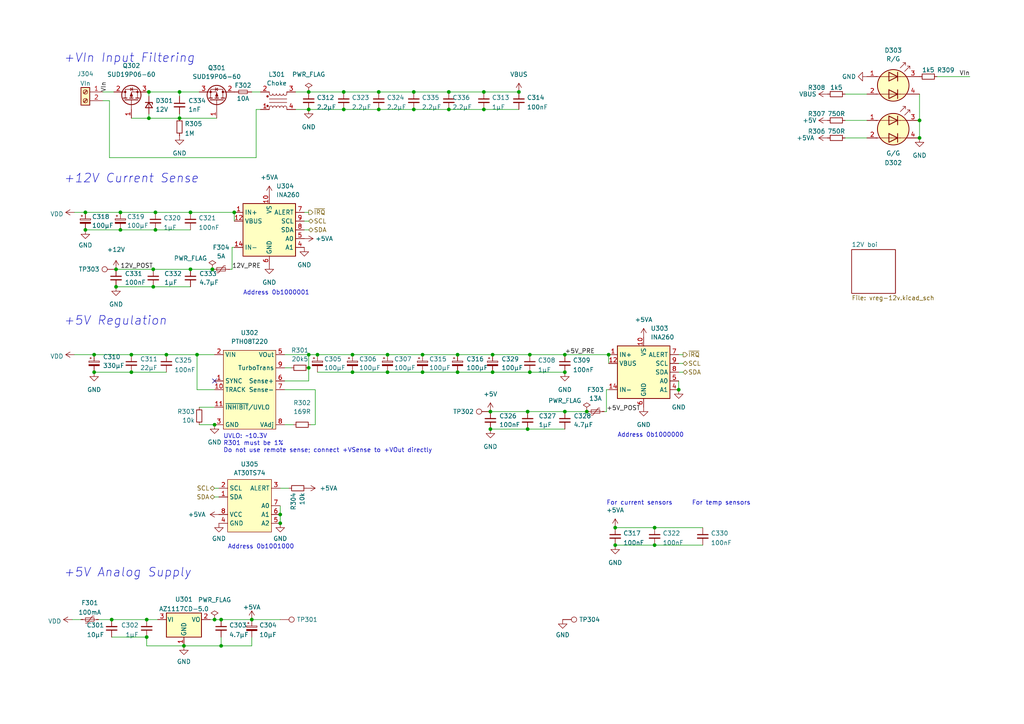
<source format=kicad_sch>
(kicad_sch (version 20211123) (generator eeschema)
  (paper "A4")
  (title_block (title "Backplane Management and Power") (date "2022-01-23") (rev "1") (company "Tristan Seifert") (comment 1 "+5V caps must be 10V, +12V/VDD 20V, VIn 50V") (comment 2 "VDD = 12V regulated internal; 12V/5V = regulated to backplane") (comment 3 "VBUS = Raw input"))
  (lib_symbols
    (symbol "68komputer-common:AT30TS74"
      (property "Reference" "U" (at 0 3.81 0))
      (property "Value" "AT30TS74" (at 0 1.27 0))
      (symbol "AT30TS74_0_1"
        (rectangle (start -6.35 0) (end 6.35 -15.24) (fill (type background)))
      )
      (symbol "AT30TS74_1_1"
        (pin bidirectional line (at -8.89 -5.08 0) (length 2.54) (name "SDA") (number "1"))
        (pin bidirectional line (at -8.89 -2.54 0) (length 2.54) (name "SCL") (number "2"))
        (pin output line (at 8.89 -2.54 180) (length 2.54) (name "ALERT") (number "3"))
        (pin power_in line (at -8.89 -12.7 0) (length 2.54) (name "GND") (number "4"))
        (pin passive line (at 8.89 -12.7 180) (length 2.54) (name "A2") (number "5"))
        (pin passive line (at 8.89 -10.16 180) (length 2.54) (name "A1") (number "6"))
        (pin passive line (at 8.89 -7.62 180) (length 2.54) (name "A0") (number "7"))
        (pin power_in line (at -8.89 -10.16 0) (length 2.54) (name "VCC") (number "8"))
      )
    )
    (symbol "68komputer-common:PTH08T220"
      (property "Reference" "U" (at 0 3.81 0))
      (property "Value" "PTH08T220" (at 0 1.27 0))
      (symbol "PTH08T220_0_1"
        (rectangle (start -7.62 0) (end 7.62 -22.86) (fill (type background)))
      )
      (symbol "PTH08T220_1_1"
        (pin input line (at -10.16 -8.89 0) (length 2.54) (name "SYNC") (number "1"))
        (pin input line (at -10.16 -11.43 0) (length 2.54) (name "TRACK") (number "10"))
        (pin input line (at -10.16 -16.51 0) (length 2.54) (name "~{INHIBIT}/UVLO") (number "11"))
        (pin power_in line (at -10.16 -1.27 0) (length 2.54) (name "VIN") (number "2"))
        (pin power_in line (at -10.16 -21.59 0) (length 2.54) (name "GND") (number "3"))
        (pin power_in line (at -10.16 -21.59 0) (length 2.54) hide (name "GND") (number "4"))
        (pin power_out line (at 10.16 -1.27 180) (length 2.54) (name "VOut") (number "5"))
        (pin passive line (at 10.16 -8.89 180) (length 2.54) (name "Sense+") (number "6"))
        (pin passive line (at 10.16 -11.43 180) (length 2.54) (name "Sense-") (number "7"))
        (pin input line (at 10.16 -21.59 180) (length 2.54) (name "VAdj") (number "8"))
        (pin passive line (at 10.16 -5.08 180) (length 2.54) (name "TurboTrans") (number "9"))
      )
    )
    (symbol "Connector:Screw_Terminal_01x02" (pin_names (offset 1.016) hide)
      (property "Reference" "J" (at 0 2.54 0))
      (property "Value" "Screw_Terminal_01x02" (at 0 -5.08 0))
      (symbol "Screw_Terminal_01x02_1_1"
        (rectangle (start -1.27 1.27) (end 1.27 -3.81) (stroke (width 0.254)) (fill (type background)))
        (circle (center 0 -2.54) (radius 0.635) (stroke (width 0.1524)))
        (polyline (pts (xy -0.5334 -2.2098) (xy 0.3302 -3.048)) (stroke (width 0.1524)))
        (polyline (pts (xy -0.5334 0.3302) (xy 0.3302 -0.508)) (stroke (width 0.1524)))
        (polyline (pts (xy -0.3556 -2.032) (xy 0.508 -2.8702)) (stroke (width 0.1524)))
        (polyline (pts (xy -0.3556 0.508) (xy 0.508 -0.3302)) (stroke (width 0.1524)))
        (circle (center 0 0) (radius 0.635) (stroke (width 0.1524)))
        (pin passive line (at -5.08 0 0) (length 3.81) (name "Pin_1") (number "1"))
        (pin passive line (at -5.08 -2.54 0) (length 3.81) (name "Pin_2") (number "2"))
      )
    )
    (symbol "Connector:TestPoint" (pin_numbers hide) (pin_names (offset 0.762) hide)
      (property "Reference" "TP" (at 0 6.858 0))
      (property "Value" "TestPoint" (at 0 5.08 0))
      (symbol "TestPoint_0_1"
        (circle (center 0 3.302) (radius 0.762))
      )
      (symbol "TestPoint_1_1"
        (pin passive line (at 0 0 90) (length 2.54) (name "1") (number "1"))
      )
    )
    (symbol "Device:C_Polarized_Small" (pin_numbers hide) (pin_names (offset 0.254) hide)
      (property "Reference" "C" (at 0.254 1.778 0))
      (property "Value" "C_Polarized_Small" (at 0.254 -2.032 0))
      (symbol "C_Polarized_Small_0_1"
        (rectangle (start -1.524 -0.3048) (end 1.524 -0.6858) (fill (type outline)))
        (rectangle (start -1.524 0.6858) (end 1.524 0.3048))
        (polyline (pts (xy -1.27 1.524) (xy -0.762 1.524)))
        (polyline (pts (xy -1.016 1.27) (xy -1.016 1.778)))
      )
      (symbol "C_Polarized_Small_1_1"
        (pin passive line (at 0 2.54 270) (length 1.8542) (name "~") (number "1"))
        (pin passive line (at 0 -2.54 90) (length 1.8542) (name "~") (number "2"))
      )
    )
    (symbol "Device:C_Small" (pin_numbers hide) (pin_names (offset 0.254) hide)
      (property "Reference" "C" (at 0.254 1.778 0))
      (property "Value" "C_Small" (at 0.254 -2.032 0))
      (symbol "C_Small_0_1"
        (polyline (pts (xy -1.524 -0.508) (xy 1.524 -0.508)) (stroke (width 0.3302)))
        (polyline (pts (xy -1.524 0.508) (xy 1.524 0.508)) (stroke (width 0.3048)))
      )
      (symbol "C_Small_1_1"
        (pin passive line (at 0 2.54 270) (length 2.032) (name "~") (number "1"))
        (pin passive line (at 0 -2.54 90) (length 2.032) (name "~") (number "2"))
      )
    )
    (symbol "Device:D_Zener_Small" (pin_numbers hide) (pin_names (offset 0.254) hide)
      (property "Reference" "D" (at 0 2.286 0))
      (property "Value" "D_Zener_Small" (at 0 -2.286 0))
      (symbol "D_Zener_Small_0_1"
        (polyline (pts (xy 0.762 0) (xy -0.762 0)))
        (polyline (pts (xy -0.254 1.016) (xy -0.762 1.016) (xy -0.762 -1.016)) (stroke (width 0.254)))
        (polyline (pts (xy 0.762 1.016) (xy -0.762 0) (xy 0.762 -1.016) (xy 0.762 1.016)) (stroke (width 0.254)))
      )
      (symbol "D_Zener_Small_1_1"
        (pin passive line (at -2.54 0 0) (length 1.778) (name "K") (number "1"))
        (pin passive line (at 2.54 0 180) (length 1.778) (name "A") (number "2"))
      )
    )
    (symbol "Device:Fuse_Small" (pin_numbers hide) (pin_names (offset 0.254) hide)
      (property "Reference" "F" (at 0 -1.524 0))
      (property "Value" "Fuse_Small" (at 0 1.524 0))
      (symbol "Fuse_Small_0_1"
        (rectangle (start -1.27 0.508) (end 1.27 -0.508))
        (polyline (pts (xy -1.27 0) (xy 1.27 0)))
      )
      (symbol "Fuse_Small_1_1"
        (pin passive line (at -2.54 0 0) (length 1.27) (name "~") (number "1"))
        (pin passive line (at 2.54 0 180) (length 1.27) (name "~") (number "2"))
      )
    )
    (symbol "Device:LED_Dual_AAKK" (pin_names (offset 0) hide)
      (property "Reference" "D" (at 0 5.715 0))
      (property "Value" "LED_Dual_AAKK" (at 0 -6.35 0))
      (symbol "LED_Dual_AAKK_0_1"
        (polyline (pts (xy -5.08 -2.54) (xy 2.032 -2.54)))
        (polyline (pts (xy -5.08 2.54) (xy 2.032 2.54)))
        (polyline (pts (xy 1.27 -1.27) (xy 1.27 -3.81)) (stroke (width 0.254)))
        (polyline (pts (xy 1.27 3.81) (xy 1.27 1.27)) (stroke (width 0.254)))
        (polyline (pts (xy 3.81 -2.54) (xy 1.905 -2.54)))
        (polyline (pts (xy 3.81 2.54) (xy 1.905 2.54)))
        (polyline (pts (xy -1.27 -1.27) (xy -1.27 -3.81) (xy 1.27 -2.54) (xy -1.27 -1.27)) (stroke (width 0.254)))
        (polyline (pts (xy -1.27 3.81) (xy -1.27 1.27) (xy 1.27 2.54) (xy -1.27 3.81)) (stroke (width 0.254)))
        (polyline (pts (xy 2.032 5.08) (xy 3.556 6.604) (xy 2.794 6.604) (xy 3.556 6.604) (xy 3.556 5.842)))
        (polyline (pts (xy 3.302 4.064) (xy 4.826 5.588) (xy 4.064 5.588) (xy 4.826 5.588) (xy 4.826 4.826)))
        (circle (center 0 0) (radius 4.572) (stroke (width 0.254)) (fill (type background)))
      )
      (symbol "LED_Dual_AAKK_1_1"
        (pin input line (at -7.62 2.54 0) (length 3.048) (name "A1") (number "1"))
        (pin input line (at -7.62 -2.54 0) (length 3.048) (name "A2") (number "2"))
        (pin input line (at 7.62 2.54 180) (length 3.81) (name "K1") (number "3"))
        (pin input line (at 7.62 -2.54 180) (length 3.81) (name "K2") (number "4"))
      )
    )
    (symbol "Device:L_Iron_Coupled_1423" (pin_names (offset 0.254) hide)
      (property "Reference" "L" (at 0 4.445 0))
      (property "Value" "L_Iron_Coupled_1423" (at 0 -4.445 0))
      (symbol "L_Iron_Coupled_1423_0_1"
        (circle (center -3.048 -1.27) (radius 0.254) (fill (type outline)))
        (circle (center -3.048 1.524) (radius 0.254) (fill (type outline)))
        (arc (start -2.54 2.032) (mid -2.032 1.524) (end -1.524 2.032))
        (arc (start -1.524 -2.032) (mid -2.032 -1.524) (end -2.54 -2.032))
        (arc (start -1.524 2.032) (mid -1.016 1.524) (end -0.508 2.032))
        (arc (start -0.508 -2.032) (mid -1.016 -1.524) (end -1.524 -2.032))
        (arc (start -0.508 2.032) (mid 0 1.524) (end 0.508 2.032))
        (polyline (pts (xy -2.54 -2.032) (xy -2.54 -2.54)))
        (polyline (pts (xy -2.54 0.508) (xy 2.54 0.508)))
        (polyline (pts (xy -2.54 2.032) (xy -2.54 2.54)))
        (polyline (pts (xy 2.54 -2.032) (xy 2.54 -2.54)))
        (polyline (pts (xy 2.54 -0.508) (xy -2.54 -0.508)))
        (polyline (pts (xy 2.54 2.54) (xy 2.54 2.032)))
        (arc (start 0.508 -2.032) (mid 0 -1.524) (end -0.508 -2.032))
        (arc (start 0.508 2.032) (mid 1.016 1.524) (end 1.524 2.032))
        (arc (start 1.524 -2.032) (mid 1.016 -1.524) (end 0.508 -2.032))
        (arc (start 1.524 2.032) (mid 2.032 1.524) (end 2.54 2.032))
        (arc (start 2.54 -2.032) (mid 2.032 -1.524) (end 1.524 -2.032))
      )
      (symbol "L_Iron_Coupled_1423_1_1"
        (pin passive line (at -5.08 2.54 0) (length 2.54) (name "1") (number "1"))
        (pin passive line (at -5.08 -2.54 0) (length 2.54) (name "2") (number "2"))
        (pin passive line (at 5.08 -2.54 180) (length 2.54) (name "3") (number "3"))
        (pin passive line (at 5.08 2.54 180) (length 2.54) (name "4") (number "4"))
      )
    )
    (symbol "Device:Polyfuse_Small" (pin_numbers hide) (pin_names (offset 0))
      (property "Reference" "F" (at -1.905 0 90))
      (property "Value" "Polyfuse_Small" (at 1.905 0 90))
      (symbol "Polyfuse_Small_0_1"
        (rectangle (start -0.508 1.27) (end 0.508 -1.27))
        (polyline (pts (xy 0 2.54) (xy 0 -2.54)))
        (polyline (pts (xy -1.016 1.27) (xy -1.016 0.762) (xy 1.016 -0.762) (xy 1.016 -1.27)))
      )
      (symbol "Polyfuse_Small_1_1"
        (pin passive line (at 0 2.54 270) (length 0.635) (name "~") (number "1"))
        (pin passive line (at 0 -2.54 90) (length 0.635) (name "~") (number "2"))
      )
    )
    (symbol "Device:R_Small" (pin_numbers hide) (pin_names (offset 0.254) hide)
      (property "Reference" "R" (at 0.762 0.508 0))
      (property "Value" "R_Small" (at 0.762 -1.016 0))
      (symbol "R_Small_0_1"
        (rectangle (start -0.762 1.778) (end 0.762 -1.778) (stroke (width 0.2032)))
      )
      (symbol "R_Small_1_1"
        (pin passive line (at 0 2.54 270) (length 0.762) (name "~") (number "1"))
        (pin passive line (at 0 -2.54 90) (length 0.762) (name "~") (number "2"))
      )
    )
    (symbol "Regulator_Linear:LD1117S50TR_SOT223" (pin_names (offset 0.254))
      (property "Reference" "U" (at -3.81 3.175 0))
      (property "Value" "LD1117S50TR_SOT223" (at 0 3.175 0))
      (symbol "LD1117S50TR_SOT223_0_1"
        (rectangle (start -5.08 -5.08) (end 5.08 1.905) (stroke (width 0.254)) (fill (type background)))
      )
      (symbol "LD1117S50TR_SOT223_1_1"
        (pin power_in line (at 0 -7.62 90) (length 2.54) (name "GND") (number "1"))
        (pin power_out line (at 7.62 0 180) (length 2.54) (name "VO") (number "2"))
        (pin power_in line (at -7.62 0 0) (length 2.54) (name "VI") (number "3"))
      )
    )
    (symbol "Sensor:INA260"
      (property "Reference" "U" (at -6.35 8.89 0))
      (property "Value" "INA260" (at 2.54 8.89 0))
      (symbol "INA260_0_1"
        (rectangle (start -7.62 7.62) (end 7.62 -7.62) (stroke (width 0.254)) (fill (type background)))
      )
      (symbol "INA260_1_1"
        (pin passive line (at -10.16 5.08 0) (length 2.54) (name "IN+") (number "1"))
        (pin power_in line (at 0 10.16 270) (length 2.54) (name "VS") (number "10"))
        (pin passive line (at 0 -10.16 90) (length 2.54) hide (name "GND") (number "11"))
        (pin passive line (at -10.16 2.54 0) (length 2.54) (name "VBUS") (number "12"))
        (pin no_connect line (at 2.54 -7.62 90) (length 2.54) hide (name "NC") (number "13"))
        (pin passive line (at -10.16 -5.08 0) (length 2.54) (name "IN-") (number "14"))
        (pin passive line (at -10.16 -5.08 0) (length 2.54) hide (name "IN-") (number "15"))
        (pin passive line (at -10.16 -5.08 0) (length 2.54) hide (name "IN-") (number "16"))
        (pin passive line (at -10.16 5.08 0) (length 2.54) hide (name "IN+") (number "2"))
        (pin passive line (at -10.16 5.08 0) (length 2.54) hide (name "IN+") (number "3"))
        (pin input line (at 10.16 -5.08 180) (length 2.54) (name "A1") (number "4"))
        (pin input line (at 10.16 -2.54 180) (length 2.54) (name "A0") (number "5"))
        (pin power_in line (at 0 -10.16 90) (length 2.54) (name "GND") (number "6"))
        (pin open_collector line (at 10.16 5.08 180) (length 2.54) (name "ALERT") (number "7"))
        (pin bidirectional line (at 10.16 0 180) (length 2.54) (name "SDA") (number "8"))
        (pin input line (at 10.16 2.54 180) (length 2.54) (name "SCL") (number "9"))
      )
    )
    (symbol "Transistor_FET:SUD19P06-60" (pin_names hide)
      (property "Reference" "Q" (at 4.953 1.905 0))
      (property "Value" "SUD19P06-60" (at 4.953 0 0))
      (symbol "SUD19P06-60_0_1"
        (polyline (pts (xy 0.254 0) (xy -2.54 0)))
        (polyline (pts (xy 0.254 1.905) (xy 0.254 -1.905)) (stroke (width 0.254)))
        (polyline (pts (xy 0.762 -1.27) (xy 0.762 -2.286)) (stroke (width 0.254)))
        (polyline (pts (xy 0.762 0.508) (xy 0.762 -0.508)) (stroke (width 0.254)))
        (polyline (pts (xy 0.762 2.286) (xy 0.762 1.27)) (stroke (width 0.254)))
        (polyline (pts (xy 2.54 2.54) (xy 2.54 1.778)))
        (polyline (pts (xy 2.54 -2.54) (xy 2.54 0) (xy 0.762 0)))
        (polyline (pts (xy 0.762 1.778) (xy 3.302 1.778) (xy 3.302 -1.778) (xy 0.762 -1.778)))
        (polyline (pts (xy 2.286 0) (xy 1.27 0.381) (xy 1.27 -0.381) (xy 2.286 0)) (fill (type outline)))
        (polyline (pts (xy 2.794 -0.508) (xy 2.921 -0.381) (xy 3.683 -0.381) (xy 3.81 -0.254)))
        (polyline (pts (xy 3.302 -0.381) (xy 2.921 0.254) (xy 3.683 0.254) (xy 3.302 -0.381)))
        (circle (center 1.651 0) (radius 2.794) (stroke (width 0.254)))
        (circle (center 2.54 -1.778) (radius 0.254) (fill (type outline)))
        (circle (center 2.54 1.778) (radius 0.254) (fill (type outline)))
      )
      (symbol "SUD19P06-60_1_1"
        (pin input line (at -5.08 0 0) (length 2.54) (name "G") (number "1"))
        (pin passive line (at 2.54 5.08 270) (length 2.54) (name "D") (number "2"))
        (pin passive line (at 2.54 -5.08 90) (length 2.54) (name "S") (number "3"))
      )
    )
    (symbol "power:+12V" (power) (pin_names (offset 0))
      (property "Value" "+12V" (at 0 3.556 0))
      (symbol "+12V_0_1"
        (polyline (pts (xy -0.762 1.27) (xy 0 2.54)))
        (polyline (pts (xy 0 0) (xy 0 2.54)))
        (polyline (pts (xy 0 2.54) (xy 0.762 1.27)))
      )
      (symbol "+12V_1_1"
        (pin power_in line (at 0 0 90) (length 0) hide (name "+12V") (number "1"))
      )
    )
    (symbol "power:+5V" (power) (pin_names (offset 0))
      (property "Value" "+5V" (at 0 3.556 0))
      (symbol "+5V_0_1"
        (polyline (pts (xy -0.762 1.27) (xy 0 2.54)))
        (polyline (pts (xy 0 0) (xy 0 2.54)))
        (polyline (pts (xy 0 2.54) (xy 0.762 1.27)))
      )
      (symbol "+5V_1_1"
        (pin power_in line (at 0 0 90) (length 0) hide (name "+5V") (number "1"))
      )
    )
    (symbol "power:+5VA" (power) (pin_names (offset 0))
      (property "Value" "+5VA" (at 0 3.556 0))
      (symbol "+5VA_0_1"
        (polyline (pts (xy -0.762 1.27) (xy 0 2.54)))
        (polyline (pts (xy 0 0) (xy 0 2.54)))
        (polyline (pts (xy 0 2.54) (xy 0.762 1.27)))
      )
      (symbol "+5VA_1_1"
        (pin power_in line (at 0 0 90) (length 0) hide (name "+5VA") (number "1"))
      )
    )
    (symbol "power:GND" (power) (pin_names (offset 0))
      (property "Value" "GND" (at 0 -3.81 0))
      (symbol "GND_0_1"
        (polyline (pts (xy 0 0) (xy 0 -1.27) (xy 1.27 -1.27) (xy 0 -2.54) (xy -1.27 -1.27) (xy 0 -1.27)))
      )
      (symbol "GND_1_1"
        (pin power_in line (at 0 0 270) (length 0) hide (name "GND") (number "1"))
      )
    )
    (symbol "power:PWR_FLAG" (power) (pin_numbers hide) (pin_names (offset 0) hide)
      (property "Value" "PWR_FLAG" (at 0 3.81 0))
      (symbol "PWR_FLAG_0_0"
        (pin power_out line (at 0 0 90) (length 0) (name "pwr") (number "1"))
      )
      (symbol "PWR_FLAG_0_1"
        (polyline (pts (xy 0 0) (xy 0 1.27) (xy -1.016 1.905) (xy 0 2.54) (xy 1.016 1.905) (xy 0 1.27)))
      )
    )
    (symbol "power:VBUS" (power) (pin_names (offset 0))
      (property "Value" "VBUS" (at 0 3.81 0))
      (symbol "VBUS_0_1"
        (polyline (pts (xy -0.762 1.27) (xy 0 2.54)))
        (polyline (pts (xy 0 0) (xy 0 2.54)))
        (polyline (pts (xy 0 2.54) (xy 0.762 1.27)))
      )
      (symbol "VBUS_1_1"
        (pin power_in line (at 0 0 90) (length 0) hide (name "VBUS") (number "1"))
      )
    )
    (symbol "power:VDD" (power) (pin_names (offset 0))
      (property "Value" "VDD" (at 0 3.81 0))
      (symbol "VDD_0_1"
        (polyline (pts (xy -0.762 1.27) (xy 0 2.54)))
        (polyline (pts (xy 0 0) (xy 0 2.54)))
        (polyline (pts (xy 0 2.54) (xy 0.762 1.27)))
      )
      (symbol "VDD_1_1"
        (pin power_in line (at 0 0 90) (length 0) hide (name "VDD") (number "1"))
      )
    )
  )
  (junction (at 112.395 102.87))
  (junction (at 73.025 179.705))
  (junction (at 150.495 26.67))
  (junction (at 109.855 31.75))
  (junction (at 44.45 78.105))
  (junction (at 24.765 61.595))
  (junction (at 196.85 113.03))
  (junction (at 140.335 26.67))
  (junction (at 55.245 61.595))
  (junction (at 52.07 34.29))
  (junction (at 189.865 158.115))
  (junction (at 142.875 107.95))
  (junction (at 42.545 184.785))
  (junction (at 33.655 83.185))
  (junction (at 55.245 78.105))
  (junction (at 48.26 102.87))
  (junction (at 130.175 31.75))
  (junction (at 81.28 151.765))
  (junction (at 53.34 187.325))
  (junction (at 42.545 179.705))
  (junction (at 112.395 107.95))
  (junction (at 153.67 107.95))
  (junction (at 99.695 31.75))
  (junction (at 27.305 102.87))
  (junction (at 132.715 102.87))
  (junction (at 142.875 102.87))
  (junction (at 67.945 61.595))
  (junction (at 109.855 26.67))
  (junction (at 57.15 102.87))
  (junction (at 266.7 34.925))
  (junction (at 170.18 119.38))
  (junction (at 62.23 179.705))
  (junction (at 89.535 26.67))
  (junction (at 64.135 179.705))
  (junction (at 132.715 107.95))
  (junction (at 122.555 107.95))
  (junction (at 99.695 26.67))
  (junction (at 176.53 102.87))
  (junction (at 43.18 34.29))
  (junction (at 140.335 31.75))
  (junction (at 266.7 40.005))
  (junction (at 89.535 31.75))
  (junction (at 178.435 158.115))
  (junction (at 92.075 102.87))
  (junction (at 120.015 31.75))
  (junction (at 32.385 179.705))
  (junction (at 34.925 61.595))
  (junction (at 45.085 66.675))
  (junction (at 130.175 26.67))
  (junction (at 153.035 119.38))
  (junction (at 38.1 102.87))
  (junction (at 64.135 187.325))
  (junction (at 62.23 123.19))
  (junction (at 102.235 107.95))
  (junction (at 142.24 124.46))
  (junction (at 38.1 107.95))
  (junction (at 102.235 102.87))
  (junction (at 120.015 26.67))
  (junction (at 153.035 124.46))
  (junction (at 163.83 107.95))
  (junction (at 89.535 102.87))
  (junction (at 24.765 66.675))
  (junction (at 163.83 102.87))
  (junction (at 142.24 119.38))
  (junction (at 27.305 107.95))
  (junction (at 34.925 66.675))
  (junction (at 178.435 153.035))
  (junction (at 122.555 102.87))
  (junction (at 33.655 78.105))
  (junction (at 44.45 83.185))
  (junction (at 163.83 119.38))
  (junction (at 61.595 78.105))
  (junction (at 189.865 153.035))
  (junction (at 89.535 106.68))
  (junction (at 153.67 102.87))
  (junction (at 52.07 26.67))
  (junction (at 45.085 61.595))
  (junction (at 43.18 26.67))
  (junction (at 81.28 149.225))
  (no_connect (at 62.23 110.49))
  (wire (pts (xy 34.925 61.595) (xy 45.085 61.595)))
  (wire (pts (xy 57.15 102.87) (xy 62.23 102.87)))
  (wire (pts (xy 89.535 102.87) (xy 92.075 102.87)))
  (wire (pts (xy 92.075 107.95) (xy 102.235 107.95)))
  (wire (pts (xy 64.135 179.705) (xy 73.025 179.705)))
  (wire (pts (xy 163.83 119.38) (xy 170.18 119.38)))
  (wire (pts (xy 142.875 107.95) (xy 153.67 107.95)))
  (wire (pts (xy 99.695 26.67) (xy 109.855 26.67)))
  (wire (pts (xy 88.265 66.675) (xy 89.535 66.675)))
  (wire (pts (xy 99.695 31.75) (xy 109.855 31.75)))
  (wire (pts (xy 81.28 146.685) (xy 81.28 149.225)))
  (wire (pts (xy 88.265 61.595) (xy 89.535 61.595)))
  (wire (pts (xy 24.765 61.595) (xy 34.925 61.595)))
  (wire (pts (xy 82.55 106.68) (xy 84.455 106.68)))
  (wire (pts (xy 153.035 119.38) (xy 163.83 119.38)))
  (wire (pts (xy 175.895 119.38) (xy 175.895 113.03)))
  (wire (pts (xy 29.845 26.67) (xy 33.02 26.67)))
  (wire (pts (xy 82.55 110.49) (xy 89.535 110.49)))
  (wire (pts (xy 175.895 113.03) (xy 176.53 113.03)))
  (wire (pts (xy 20.955 179.705) (xy 23.495 179.705)))
  (wire (pts (xy 245.11 34.925) (xy 251.46 34.925)))
  (wire (pts (xy 89.535 26.67) (xy 99.695 26.67)))
  (wire (pts (xy 176.53 102.87) (xy 176.53 105.41)))
  (wire (pts (xy 32.385 184.785) (xy 42.545 184.785)))
  (wire (pts (xy 55.245 61.595) (xy 67.945 61.595)))
  (wire (pts (xy 102.235 102.87) (xy 112.395 102.87)))
  (wire (pts (xy 44.45 78.105) (xy 55.245 78.105)))
  (wire (pts (xy 120.015 26.67) (xy 130.175 26.67)))
  (wire (pts (xy 73.025 26.67) (xy 75.565 26.67)))
  (wire (pts (xy 66.675 78.105) (xy 67.31 78.105)))
  (wire (pts (xy 196.85 110.49) (xy 196.85 113.03)))
  (wire (pts (xy 266.7 34.925) (xy 266.7 40.005)))
  (wire (pts (xy 21.59 61.595) (xy 24.765 61.595)))
  (wire (pts (xy 57.15 113.03) (xy 57.15 102.87)))
  (wire (pts (xy 33.655 78.105) (xy 44.45 78.105)))
  (wire (pts (xy 142.875 102.87) (xy 153.67 102.87)))
  (wire (pts (xy 44.45 83.185) (xy 55.245 83.185)))
  (wire (pts (xy 122.555 102.87) (xy 132.715 102.87)))
  (wire (pts (xy 67.945 61.595) (xy 67.945 64.135)))
  (wire (pts (xy 29.845 29.21) (xy 31.75 29.21)))
  (wire (pts (xy 89.535 102.87) (xy 89.535 106.68)))
  (wire (pts (xy 52.07 33.02) (xy 52.07 34.29)))
  (wire (pts (xy 88.265 64.135) (xy 89.535 64.135)))
  (wire (pts (xy 45.085 61.595) (xy 55.245 61.595)))
  (wire (pts (xy 74.295 45.72) (xy 74.295 31.75)))
  (wire (pts (xy 89.535 31.75) (xy 99.695 31.75)))
  (wire (pts (xy 73.025 179.705) (xy 81.28 179.705)))
  (wire (pts (xy 112.395 107.95) (xy 122.555 107.95)))
  (wire (pts (xy 120.015 31.75) (xy 130.175 31.75)))
  (wire (pts (xy 132.715 102.87) (xy 142.875 102.87)))
  (wire (pts (xy 153.035 124.46) (xy 163.83 124.46)))
  (wire (pts (xy 34.925 66.675) (xy 45.085 66.675)))
  (wire (pts (xy 142.24 119.38) (xy 153.035 119.38)))
  (wire (pts (xy 85.725 26.67) (xy 89.535 26.67)))
  (wire (pts (xy 33.655 83.185) (xy 44.45 83.185)))
  (wire (pts (xy 82.55 102.87) (xy 89.535 102.87)))
  (wire (pts (xy 64.135 184.785) (xy 64.135 187.325)))
  (wire (pts (xy 271.78 22.225) (xy 281.305 22.225)))
  (wire (pts (xy 109.855 31.75) (xy 120.015 31.75)))
  (wire (pts (xy 63.5 141.605) (xy 62.23 141.605)))
  (wire (pts (xy 142.24 124.46) (xy 153.035 124.46)))
  (wire (pts (xy 175.26 119.38) (xy 175.895 119.38)))
  (wire (pts (xy 130.175 26.67) (xy 140.335 26.67)))
  (wire (pts (xy 62.23 179.705) (xy 64.135 179.705)))
  (wire (pts (xy 38.1 102.87) (xy 48.26 102.87)))
  (wire (pts (xy 42.545 187.325) (xy 42.545 184.785)))
  (wire (pts (xy 122.555 107.95) (xy 132.715 107.95)))
  (wire (pts (xy 67.31 71.755) (xy 67.31 78.105)))
  (wire (pts (xy 31.75 29.21) (xy 31.75 45.72)))
  (wire (pts (xy 153.67 107.95) (xy 163.83 107.95)))
  (wire (pts (xy 176.53 102.87) (xy 163.83 102.87)))
  (wire (pts (xy 189.865 158.115) (xy 203.835 158.115)))
  (wire (pts (xy 140.335 26.67) (xy 150.495 26.67)))
  (wire (pts (xy 81.28 141.605) (xy 83.82 141.605)))
  (wire (pts (xy 64.135 187.325) (xy 53.34 187.325)))
  (wire (pts (xy 196.85 105.41) (xy 198.12 105.41)))
  (wire (pts (xy 27.305 107.95) (xy 38.1 107.95)))
  (wire (pts (xy 132.715 107.95) (xy 142.875 107.95)))
  (wire (pts (xy 53.34 187.325) (xy 42.545 187.325)))
  (wire (pts (xy 63.5 144.145) (xy 62.23 144.145)))
  (wire (pts (xy 112.395 102.87) (xy 122.555 102.87)))
  (wire (pts (xy 109.855 26.67) (xy 120.015 26.67)))
  (wire (pts (xy 196.85 102.87) (xy 198.12 102.87)))
  (wire (pts (xy 91.44 113.03) (xy 82.55 113.03)))
  (wire (pts (xy 153.67 102.87) (xy 163.83 102.87)))
  (wire (pts (xy 52.07 26.67) (xy 52.07 27.94)))
  (wire (pts (xy 38.1 107.95) (xy 48.26 107.95)))
  (wire (pts (xy 31.75 45.72) (xy 74.295 45.72)))
  (wire (pts (xy 82.55 123.19) (xy 85.09 123.19)))
  (wire (pts (xy 196.85 107.95) (xy 198.12 107.95)))
  (wire (pts (xy 43.18 34.29) (xy 52.07 34.29)))
  (wire (pts (xy 245.11 27.305) (xy 251.46 27.305)))
  (wire (pts (xy 245.11 40.005) (xy 251.46 40.005)))
  (wire (pts (xy 90.17 123.19) (xy 91.44 123.19)))
  (wire (pts (xy 24.765 66.675) (xy 34.925 66.675)))
  (wire (pts (xy 28.575 179.705) (xy 32.385 179.705)))
  (wire (pts (xy 27.305 102.87) (xy 38.1 102.87)))
  (wire (pts (xy 38.1 34.29) (xy 43.18 34.29)))
  (wire (pts (xy 43.18 26.67) (xy 52.07 26.67)))
  (wire (pts (xy 85.725 31.75) (xy 89.535 31.75)))
  (wire (pts (xy 32.385 179.705) (xy 42.545 179.705)))
  (wire (pts (xy 60.96 179.705) (xy 62.23 179.705)))
  (wire (pts (xy 42.545 179.705) (xy 45.72 179.705)))
  (wire (pts (xy 52.07 26.67) (xy 57.785 26.67)))
  (wire (pts (xy 43.18 33.02) (xy 43.18 34.29)))
  (wire (pts (xy 57.785 123.19) (xy 62.23 123.19)))
  (wire (pts (xy 48.26 102.87) (xy 57.15 102.87)))
  (wire (pts (xy 189.865 153.035) (xy 203.835 153.035)))
  (wire (pts (xy 102.235 107.95) (xy 112.395 107.95)))
  (wire (pts (xy 45.085 66.675) (xy 55.245 66.675)))
  (wire (pts (xy 130.175 31.75) (xy 140.335 31.75)))
  (wire (pts (xy 89.535 106.68) (xy 89.535 110.49)))
  (wire (pts (xy 21.59 102.87) (xy 27.305 102.87)))
  (wire (pts (xy 91.44 123.19) (xy 91.44 113.03)))
  (wire (pts (xy 92.075 102.87) (xy 102.235 102.87)))
  (wire (pts (xy 43.18 26.67) (xy 43.18 27.94)))
  (wire (pts (xy 62.23 113.03) (xy 57.15 113.03)))
  (wire (pts (xy 266.7 27.305) (xy 266.7 34.925)))
  (wire (pts (xy 74.295 31.75) (xy 75.565 31.75)))
  (wire (pts (xy 67.31 71.755) (xy 67.945 71.755)))
  (wire (pts (xy 62.23 118.11) (xy 57.785 118.11)))
  (wire (pts (xy 64.135 187.325) (xy 73.025 187.325)))
  (wire (pts (xy 73.025 187.325) (xy 73.025 184.785)))
  (wire (pts (xy 178.435 153.035) (xy 189.865 153.035)))
  (wire (pts (xy 81.28 149.225) (xy 81.28 151.765)))
  (wire (pts (xy 178.435 158.115) (xy 189.865 158.115)))
  (wire (pts (xy 55.245 78.105) (xy 61.595 78.105)))
  (wire (pts (xy 140.335 31.75) (xy 150.495 31.75)))
  (wire (pts (xy 52.07 34.29) (xy 62.865 34.29)))
  (text "+5V Regulation" (at 18.415 94.615 0) (effects (font (size 2.54 2.54) italic) (justify left bottom)))
  (text "Address 0b1000000" (at 179.07 127 0) (effects (font (size 1.27 1.27)) (justify left bottom)))
  (text "+12V Current Sense" (at 18.415 53.34 0) (effects (font (size 2.54 2.54) italic) (justify left bottom)))
  (text "Address 0b1001000" (at 66.04 159.385 0) (effects (font (size 1.27 1.27)) (justify left bottom)))
  (text "+5V Analog Supply" (at 18.415 167.64 0) (effects (font (size 2.54 2.54) italic) (justify left bottom)))
  (text "Address 0b1000001" (at 70.485 85.725 0) (effects (font (size 1.27 1.27)) (justify left bottom)))
  (text "For temp sensors" (at 200.66 146.685 0) (effects (font (size 1.27 1.27)) (justify left bottom)))
  (text "UVLO: ~10.3V\nR301 must be 1%\nDo not use remote sense; connect +VSense to +VOut directly" (at 64.77 131.445 0) (effects (font (size 1.27 1.27)) (justify left bottom)))
  (text "+VIn Input Filtering" (at 18.415 18.415 0) (effects (font (size 2.54 2.54) italic) (justify left bottom)))
  (text "For current sensors" (at 175.895 146.685 0) (effects (font (size 1.27 1.27)) (justify left bottom)))
  (label "+5V_PRE" (at 163.83 102.87 0))
  (label "+5V_POST" (at 175.895 119.38 0))
  (label "VIn" (at 281.305 22.225 180))
  (label "VIn" (at 31.115 26.67 90))
  (label "12V_POST" (at 34.925 78.105 0))
  (label "12V_PRE" (at 67.31 78.105 0))
  (hierarchical_label "SCL" (shape bidirectional) (at 198.12 105.41 0))
  (hierarchical_label "SDA" (shape bidirectional) (at 89.535 66.675 0))
  (hierarchical_label "SDA" (shape bidirectional) (at 198.12 107.95 0))
  (hierarchical_label "SCL" (shape bidirectional) (at 62.23 141.605 180))
  (hierarchical_label "~{IRQ}" (shape output) (at 89.535 61.595 0))
  (hierarchical_label "~{IRQ}" (shape output) (at 198.12 102.87 0))
  (hierarchical_label "SCL" (shape bidirectional) (at 89.535 64.135 0))
  (hierarchical_label "SDA" (shape bidirectional) (at 62.23 144.145 180))
  (symbol (lib_id "Device:C_Small") (at 163.83 121.92 0) (unit 1)
    (property "Reference" "C328" (at 166.37 120.6562 0) (effects (justify left)))
    (property "Value" "4.7µF" (at 166.37 123.1962 0) (effects (justify left)))
    (property "Footprint" "Capacitor_SMD:C_0805_2012Metric" (effects hide))
  )
  (symbol (lib_id "power:GND") (at 142.24 124.46 0) (unit 1)
    (property "Reference" "#PWR0327" (effects hide))
    (property "Value" "GND" (at 142.24 129.54 0))
  )
  (symbol (lib_id "power:GND") (at 196.85 113.03 0) (unit 1)
    (property "Reference" "#PWR0317" (effects hide))
    (property "Value" "GND" (at 196.85 118.11 0))
  )
  (symbol (lib_id "Device:R_Small") (at 242.57 34.925 270) (mirror x) (unit 1)
    (property "Reference" "R307" (at 236.855 33.02 90))
    (property "Value" "750R" (at 242.57 32.997 90))
    (property "Footprint" "Resistor_SMD:R_0805_2012Metric" (effects hide))
  )
  (symbol (lib_id "Device:C_Polarized_Small") (at 122.555 105.41 0) (unit 1)
    (property "Reference" "C315" (at 124.46 104.14 0) (effects (justify left)))
    (property "Value" "100µF" (at 124.46 106.68 0) (effects (justify left)))
    (property "Footprint" "Capacitor_THT:CP_Radial_D5.0mm_P2.00mm" (effects hide))
    (property "MPN" "A750BK107M1AAAE024" (effects hide))
  )
  (symbol (lib_id "power:+5VA") (at 240.03 40.005 90) (unit 1)
    (property "Reference" "#PWR0306" (effects hide))
    (property "Value" "+5VA" (at 236.22 40.0049 90) (effects (justify left)))
  )
  (symbol (lib_id "Device:C_Small") (at 32.385 182.245 0) (mirror x) (unit 1)
    (property "Reference" "C301" (at 30.226 181.3365 0) (effects (justify right)))
    (property "Value" "10µF" (at 30.226 184.1116 0) (effects (justify right)))
    (property "Footprint" "Capacitor_SMD:C_0805_2012Metric" (effects hide))
  )
  (symbol (lib_id "Device:C_Small") (at 130.175 29.21 0) (unit 1)
    (property "Reference" "C336" (at 131.2291 28.3078 0) (effects (justify left)))
    (property "Value" "2.2µF" (at 131.2291 31.0829 0) (effects (justify left)))
    (property "Footprint" "Capacitor_SMD:C_1206_3216Metric" (effects hide))
    (property "MPN" "CL31A225KB9LNNC" (effects hide))
  )
  (symbol (lib_id "Device:C_Polarized_Small") (at 27.305 105.41 0) (unit 1)
    (property "Reference" "C310" (at 29.845 103.505 0) (effects (justify left)))
    (property "Value" "330µF" (at 29.845 106.045 0) (effects (justify left)))
    (property "Footprint" "Capacitor_THT:CP_Radial_D8.0mm_P3.50mm" (effects hide))
    (property "MPN" "A750KS337M1EAAE018" (effects hide))
  )
  (symbol (lib_id "Device:C_Small") (at 45.085 64.135 0) (unit 1)
    (property "Reference" "C320" (at 47.4091 63.2265 0) (effects (justify left)))
    (property "Value" "1µF" (at 47.4091 66.0016 0) (effects (justify left)))
    (property "Footprint" "Capacitor_SMD:C_0805_2012Metric" (effects hide))
  )
  (symbol (lib_id "Device:C_Small") (at 38.1 105.41 0) (unit 1)
    (property "Reference" "C311" (at 40.64 104.14 0) (effects (justify left)))
    (property "Value" "22µF" (at 40.64 106.68 0) (effects (justify left)))
    (property "Footprint" "Capacitor_SMD:C_0805_2012Metric" (effects hide))
    (property "MPN" "CL21A226MAQNNNF" (effects hide))
  )
  (symbol (lib_id "power:VDD") (at 20.955 179.705 90) (unit 1)
    (property "Reference" "#PWR0111" (effects hide))
    (property "Value" "VDD" (at 17.78 180.184 90) (effects (justify left)))
  )
  (symbol (lib_id "power:GND") (at 62.23 123.19 0) (unit 1)
    (property "Reference" "#PWR0307" (effects hide))
    (property "Value" "GND" (at 62.23 128.27 0))
  )
  (symbol (lib_id "Device:C_Polarized_Small") (at 34.925 64.135 0) (unit 1)
    (property "Reference" "C319" (at 36.83 62.865 0) (effects (justify left)))
    (property "Value" "100µF" (at 36.83 65.405 0) (effects (justify left)))
    (property "Footprint" "Capacitor_THT:CP_Radial_D8.0mm_P3.50mm" (effects hide))
    (property "MPN" "A750KK107M1EAAE040" (effects hide))
  )
  (symbol (lib_id "power:GND") (at 27.305 107.95 0) (unit 1)
    (property "Reference" "#PWR0313" (effects hide))
    (property "Value" "GND" (at 27.305 113.03 0))
  )
  (symbol (lib_id "power:VBUS") (at 150.495 26.67 0) (unit 1)
    (property "Reference" "#PWR0309" (effects hide))
    (property "Value" "VBUS" (at 150.495 21.59 0))
  )
  (symbol (lib_id "Sensor:INA260") (at 186.69 107.95 0) (unit 1)
    (property "Reference" "U303" (at 188.7094 95.25 0) (effects (justify left)))
    (property "Value" "INA260" (at 188.7094 97.79 0) (effects (justify left)))
    (property "Footprint" "Package_SO:TSSOP-16_4.4x5mm_P0.65mm" (effects hide))
    (property "Datasheet" "http://www.ti.com/lit/ds/symlink/ina260.pdf" (effects hide))
  )
  (symbol (lib_id "power:+5VA") (at 186.69 97.79 0) (unit 1)
    (property "Reference" "#PWR0316" (effects hide))
    (property "Value" "+5VA" (at 186.69 92.71 0))
  )
  (symbol (lib_id "Device:Polyfuse_Small") (at 26.035 179.705 90) (unit 1)
    (property "Reference" "F301" (at 26.035 174.8495 90))
    (property "Value" "100mA" (at 26.035 177.6246 90))
    (property "Footprint" "Fuse:Fuse_1812_4532Metric" (effects hide))
    (property "MPN" "PTS181230V010" (effects hide))
  )
  (symbol (lib_id "Device:C_Polarized_Small") (at 73.025 182.245 0) (unit 1)
    (property "Reference" "C304" (at 75.184 181.3365 0) (effects (justify left)))
    (property "Value" "10µF" (at 75.184 184.1116 0) (effects (justify left)))
    (property "Footprint" "Capacitor_Tantalum_SMD:CP_EIA-3216-18_Kemet-A" (effects hide))
    (property "MPN" "TAJA106K016RNJV" (effects hide))
  )
  (symbol (lib_id "Regulator_Linear:LD1117S50TR_SOT223") (at 53.34 179.705 0) (unit 1)
    (property "Reference" "U301" (at 53.34 173.8335 0))
    (property "Value" "AZ1117CD-5.0" (at 53.34 176.6086 0))
    (property "Footprint" "Package_TO_SOT_SMD:TO-252-2" (effects hide))
    (property "Datasheet" "http://www.st.com/st-web-ui/static/active/en/resource/technical/document/datasheet/CD00000544.pdf" (effects hide))
  )
  (symbol (lib_id "Device:D_Zener_Small") (at 43.18 30.48 270) (unit 1)
    (property "Reference" "D301" (at 45.085 29.21 90) (effects (justify left)))
    (property "Value" "12V" (at 45.085 31.75 90) (effects (justify left)))
    (property "Footprint" "Diode_SMD:D_MiniMELF" (effects hide))
    (property "MPN" "ZMM5242B" (effects hide))
  )
  (symbol (lib_id "power:+5VA") (at 178.435 153.035 0) (unit 1)
    (property "Reference" "#PWR0318" (effects hide))
    (property "Value" "+5VA" (at 178.435 147.955 0))
  )
  (symbol (lib_id "power:GND") (at 89.535 31.75 0) (unit 1)
    (property "Reference" "#PWR0314" (effects hide))
    (property "Value" "GND" (at 89.535 36.83 0))
  )
  (symbol (lib_id "Device:C_Small") (at 64.135 182.245 0) (unit 1)
    (property "Reference" "C303" (at 66.4591 181.3365 0) (effects (justify left)))
    (property "Value" "4.7µF" (at 66.4591 184.1116 0) (effects (justify left)))
    (property "Footprint" "Capacitor_SMD:C_0805_2012Metric" (effects hide))
  )
  (symbol (lib_id "power:GND") (at 266.7 40.005 0) (unit 1)
    (property "Reference" "#PWR0334" (effects hide))
    (property "Value" "GND" (at 266.7 45.085 0))
  )
  (symbol (lib_id "power:GND") (at 78.105 76.835 0) (unit 1)
    (property "Reference" "#PWR0324" (effects hide))
    (property "Value" "GND" (at 78.105 81.915 0))
  )
  (symbol (lib_id "power:GND") (at 178.435 158.115 0) (unit 1)
    (property "Reference" "#PWR0319" (effects hide))
    (property "Value" "GND" (at 178.435 163.195 0))
  )
  (symbol (lib_id "Device:R_Small") (at 57.785 120.65 0) (mirror x) (unit 1)
    (property "Reference" "R303" (at 56.515 119.38 0) (effects (justify right)))
    (property "Value" "10k" (at 56.515 121.92 0) (effects (justify right)))
    (property "Footprint" "Resistor_SMD:R_0805_2012Metric" (effects hide))
  )
  (symbol (lib_id "power:GND") (at 52.07 39.37 0) (unit 1)
    (property "Reference" "#PWR0101" (effects hide))
    (property "Value" "GND" (at 52.07 44.45 0))
  )
  (symbol (lib_id "power:+5VA") (at 88.265 69.215 270) (unit 1)
    (property "Reference" "#PWR0325" (effects hide))
    (property "Value" "+5VA" (at 91.44 69.2149 90) (effects (justify left)))
  )
  (symbol (lib_id "Device:R_Small") (at 242.57 40.005 270) (mirror x) (unit 1)
    (property "Reference" "R306" (at 236.855 38.1 90))
    (property "Value" "750R" (at 242.57 38.077 90))
    (property "Footprint" "Resistor_SMD:R_0805_2012Metric" (effects hide))
  )
  (symbol (lib_id "68komputer-common:PTH08T220") (at 72.39 101.6 0) (unit 1)
    (property "Reference" "U302" (at 72.39 96.52 0))
    (property "Value" "PTH08T220" (at 72.39 99.06 0))
    (property "Footprint" "68komputer-common:Texas_Instruments-PTH08T220WAD-Manufacturer_Recommended" (effects hide))
    (property "Datasheet" "https://www.ti.com/lit/ds/symlink/pth08t220w.pdf" (effects hide))
  )
  (symbol (lib_id "Device:C_Small") (at 52.07 30.48 0) (mirror y) (unit 1)
    (property "Reference" "C334" (at 54.61 29.2162 0) (effects (justify right)))
    (property "Value" "1nF" (at 54.61 31.7562 0) (effects (justify right)))
    (property "Footprint" "Capacitor_SMD:C_0805_2012Metric" (effects hide))
  )
  (symbol (lib_id "Device:C_Polarized_Small") (at 112.395 105.41 0) (unit 1)
    (property "Reference" "C307" (at 114.3 104.14 0) (effects (justify left)))
    (property "Value" "100µF" (at 114.3 106.68 0) (effects (justify left)))
    (property "Footprint" "Capacitor_THT:CP_Radial_D5.0mm_P2.00mm" (effects hide))
    (property "MPN" "A750BK107M1AAAE024" (effects hide))
  )
  (symbol (lib_id "power:VDD") (at 21.59 61.595 90) (unit 1)
    (property "Reference" "#PWR0112" (effects hide))
    (property "Value" "VDD" (at 18.415 62.074 90) (effects (justify left)))
  )
  (symbol (lib_id "Device:C_Small") (at 189.865 155.575 0) (unit 1)
    (property "Reference" "C322" (at 192.1891 154.6665 0) (effects (justify left)))
    (property "Value" "100nF" (at 192.1891 157.4416 0) (effects (justify left)))
    (property "Footprint" "Capacitor_SMD:C_0805_2012Metric" (effects hide))
  )
  (symbol (lib_id "Device:R_Small") (at 86.995 106.68 90) (unit 1)
    (property "Reference" "R301" (at 86.995 101.6 90))
    (property "Value" "20k5" (at 86.995 104.14 90))
    (property "Footprint" "Resistor_SMD:R_0805_2012Metric" (effects hide))
  )
  (symbol (lib_id "power:+12V") (at 33.655 78.105 0) (unit 1)
    (property "Reference" "#PWR0322" (effects hide))
    (property "Value" "+12V" (at 33.655 72.39 0))
  )
  (symbol (lib_id "Connector:TestPoint") (at 163.195 179.705 270) (unit 1)
    (property "Reference" "TP304" (at 167.9702 179.705 90) (effects (justify left)))
    (property "Value" "GND" (effects hide))
    (property "Footprint" "TestPoint:TestPoint_Loop_D2.60mm_Drill1.4mm_Beaded" (effects hide))
    (property "MPN" "534-5001" (effects hide))
  )
  (symbol (lib_id "Connector:TestPoint") (at 142.24 119.38 90) (unit 1)
    (property "Reference" "TP302" (at 137.4648 119.38 90) (effects (justify left)))
    (property "Value" "+5V" (effects hide))
    (property "Footprint" "TestPoint:TestPoint_Loop_D2.60mm_Drill1.4mm_Beaded" (effects hide))
    (property "MPN" "534-5001" (effects hide))
  )
  (symbol (lib_id "power:+5VA") (at 88.9 141.605 270) (unit 1)
    (property "Reference" "#PWR0331" (effects hide))
    (property "Value" "+5VA" (at 92.71 141.6049 90) (effects (justify left)))
  )
  (symbol (lib_id "power:+5VA") (at 63.5 149.225 90) (unit 1)
    (property "Reference" "#PWR0328" (effects hide))
    (property "Value" "+5VA" (at 59.69 149.2249 90) (effects (justify left)))
  )
  (symbol (lib_id "power:GND") (at 251.46 22.225 270) (unit 1)
    (property "Reference" "#PWR0336" (effects hide))
    (property "Value" "GND" (at 248.285 22.2249 90) (effects (justify right)))
  )
  (symbol (lib_id "Device:C_Small") (at 203.835 155.575 0) (unit 1)
    (property "Reference" "C330" (at 206.1591 154.6665 0) (effects (justify left)))
    (property "Value" "100nF" (at 206.1591 157.4416 0) (effects (justify left)))
    (property "Footprint" "Capacitor_SMD:C_0805_2012Metric" (effects hide))
  )
  (symbol (lib_id "Device:C_Small") (at 142.24 121.92 0) (unit 1)
    (property "Reference" "C326" (at 144.78 120.6562 0) (effects (justify left)))
    (property "Value" "100nF" (at 144.78 123.1962 0) (effects (justify left)))
    (property "Footprint" "Capacitor_SMD:C_0805_2012Metric" (effects hide))
  )
  (symbol (lib_id "power:+5VA") (at 73.025 179.705 0) (unit 1)
    (property "Reference" "#PWR0303" (effects hide))
    (property "Value" "+5VA" (at 73.025 176.1005 0))
  )
  (symbol (lib_id "power:GND") (at 63.5 151.765 0) (unit 1)
    (property "Reference" "#PWR0329" (effects hide))
    (property "Value" "GND" (at 63.5 156.21 0))
  )
  (symbol (lib_id "Device:C_Polarized_Small") (at 132.715 105.41 0) (unit 1)
    (property "Reference" "C316" (at 135.255 104.14 0) (effects (justify left)))
    (property "Value" "100µF" (at 135.255 106.68 0) (effects (justify left)))
    (property "Footprint" "Capacitor_THT:CP_Radial_D5.0mm_P2.00mm" (effects hide))
    (property "MPN" "A750BK107M1AAAE024" (effects hide))
  )
  (symbol (lib_id "Device:C_Small") (at 163.83 105.41 0) (unit 1)
    (property "Reference" "C309" (at 166.1541 104.5015 0) (effects (justify left)))
    (property "Value" "100nF" (at 166.1541 107.2766 0) (effects (justify left)))
    (property "Footprint" "Capacitor_SMD:C_0805_2012Metric" (effects hide))
  )
  (symbol (lib_id "Device:R_Small") (at 87.63 123.19 90) (unit 1)
    (property "Reference" "R302" (at 87.63 116.84 90))
    (property "Value" "169R" (at 87.63 119.38 90))
    (property "Footprint" "Resistor_SMD:R_0805_2012Metric" (effects hide))
  )
  (symbol (lib_id "Device:R_Small") (at 52.07 36.83 0) (mirror y) (unit 1)
    (property "Reference" "R305" (at 53.5686 35.9215 0) (effects (justify right)))
    (property "Value" "1M" (at 53.5686 38.6966 0) (effects (justify right)))
    (property "Footprint" "Resistor_SMD:R_0805_2012Metric" (effects hide))
  )
  (symbol (lib_id "power:VDD") (at 21.59 102.87 90) (unit 1)
    (property "Reference" "#PWR0113" (effects hide))
    (property "Value" "VDD" (at 18.415 103.349 90) (effects (justify left)))
  )
  (symbol (lib_id "power:PWR_FLAG") (at 62.23 179.705 0) (unit 1)
    (property "Reference" "#FLG0302" (effects hide))
    (property "Value" "PWR_FLAG" (at 62.23 173.99 0))
  )
  (symbol (lib_id "Device:C_Small") (at 153.035 121.92 0) (unit 1)
    (property "Reference" "C327" (at 156.21 120.6562 0) (effects (justify left)))
    (property "Value" "1µF" (at 156.21 123.1962 0) (effects (justify left)))
    (property "Footprint" "Capacitor_SMD:C_0805_2012Metric" (effects hide))
  )
  (symbol (lib_id "Device:C_Polarized_Small") (at 142.875 105.41 0) (unit 1)
    (property "Reference" "C329" (at 145.415 104.14 0) (effects (justify left)))
    (property "Value" "100µF" (at 145.415 106.68 0) (effects (justify left)))
    (property "Footprint" "Capacitor_THT:CP_Radial_D5.0mm_P2.00mm" (effects hide))
    (property "MPN" "A750BK107M1AAAE024" (effects hide))
  )
  (symbol (lib_id "Connector:TestPoint") (at 81.28 179.705 270) (unit 1)
    (property "Reference" "TP301" (at 86.0552 179.705 90) (effects (justify left)))
    (property "Value" "+5VA" (effects hide))
    (property "Footprint" "TestPoint:TestPoint_Loop_D2.60mm_Drill1.4mm_Beaded" (effects hide))
    (property "MPN" "534-5001" (effects hide))
  )
  (symbol (lib_id "power:+5VA") (at 78.105 56.515 0) (unit 1)
    (property "Reference" "#PWR0323" (effects hide))
    (property "Value" "+5VA" (at 78.105 51.435 0))
  )
  (symbol (lib_id "Device:Polyfuse_Small") (at 172.72 119.38 90) (unit 1)
    (property "Reference" "F303" (at 172.72 113.03 90))
    (property "Value" "13A" (at 172.72 115.57 90))
    (property "Footprint" "Fuse:Fuse_Bourns_MF-RHT1300" (effects hide))
    (property "MPN" "MF-RHT1300-0" (effects hide))
  )
  (symbol (lib_id "68komputer-common:AT30TS74") (at 72.39 139.065 0) (unit 1)
    (property "Reference" "U305" (at 72.39 134.62 0))
    (property "Value" "AT30TS74" (at 72.39 137.16 0))
    (property "Footprint" "Package_SO:MSOP-8_3x3mm_P0.65mm" (effects hide))
    (property "Datasheet" "https://ww1.microchip.com/downloads/en/DeviceDoc/Web_AT30TS74_0217.pdf" (effects hide))
  )
  (symbol (lib_id "Device:R_Small") (at 86.36 141.605 270) (mirror x) (unit 1)
    (property "Reference" "R304" (at 85.09 142.875 0) (effects (justify right)))
    (property "Value" "10k" (at 87.63 142.875 0) (effects (justify right)))
    (property "Footprint" "Resistor_SMD:R_0805_2012Metric" (effects hide))
  )
  (symbol (lib_id "Device:Fuse_Small") (at 70.485 26.67 0) (unit 1)
    (property "Reference" "F302" (at 70.485 24.765 0))
    (property "Value" "10A" (at 70.485 28.575 0))
    (property "Footprint" "68komputer-common:Keystone-3557-2-0" (effects hide))
    (property "MPN" "3557-10" (effects hide))
  )
  (symbol (lib_id "power:PWR_FLAG") (at 170.18 119.38 0) (unit 1)
    (property "Reference" "#FLG0101" (effects hide))
    (property "Value" "PWR_FLAG" (at 163.83 116.205 0))
  )
  (symbol (lib_id "Device:C_Polarized_Small") (at 92.075 105.41 0) (unit 1)
    (property "Reference" "C305" (at 93.98 104.14 0) (effects (justify left)))
    (property "Value" "100µF" (at 93.98 106.68 0) (effects (justify left)))
    (property "Footprint" "Capacitor_THT:CP_Radial_D5.0mm_P2.00mm" (effects hide))
    (property "MPN" "A750BK107M1AAAE024" (effects hide))
  )
  (symbol (lib_id "Device:R_Small") (at 269.24 22.225 90) (unit 1)
    (property "Reference" "R309" (at 274.32 20.32 90))
    (property "Value" "1k5" (at 269.24 20.297 90))
    (property "Footprint" "Resistor_SMD:R_0805_2012Metric" (effects hide))
  )
  (symbol (lib_id "Device:LED_Dual_AAKK") (at 259.08 37.465 0) (unit 1)
    (property "Reference" "D302" (at 259.08 47.2251 0))
    (property "Value" "G/G" (at 259.08 44.45 0))
    (property "Footprint" "68komputer-common:H201Cxx" (effects hide))
    (property "MPN" "H201CGDL" (effects hide))
  )
  (symbol (lib_id "power:GND") (at 53.34 187.325 0) (unit 1)
    (property "Reference" "#PWR0302" (effects hide))
    (property "Value" "GND" (at 53.34 191.8874 0))
  )
  (symbol (lib_id "power:GND") (at 88.265 71.755 0) (unit 1)
    (property "Reference" "#PWR0326" (effects hide))
    (property "Value" "GND" (at 88.265 76.835 0))
  )
  (symbol (lib_id "power:PWR_FLAG") (at 89.535 26.67 0) (unit 1)
    (property "Reference" "#FLG0102" (effects hide))
    (property "Value" "PWR_FLAG" (at 89.535 21.59 0))
  )
  (symbol (lib_id "power:GND") (at 186.69 118.11 0) (unit 1)
    (property "Reference" "#PWR0315" (effects hide))
    (property "Value" "GND" (at 186.69 123.19 0))
  )
  (symbol (lib_id "power:+5V") (at 142.24 119.38 0) (unit 1)
    (property "Reference" "#PWR0311" (effects hide))
    (property "Value" "+5V" (at 142.24 114.3 0))
  )
  (symbol (lib_id "Connector:Screw_Terminal_01x02") (at 24.765 26.67 0) (mirror y) (unit 1)
    (property "Reference" "J304" (at 24.765 21.4335 0))
    (property "Value" "VIn" (at 24.765 24.2086 0))
    (property "Footprint" "68komputer-common:CUI_TBP01R1W-508-02BE" (effects hide))
    (property "MPN" "TBP01R1W-508-02BE" (effects hide))
    (property "MPN2" "TBP01P1W-508-02BE" (effects hide))
  )
  (symbol (lib_id "Device:C_Small") (at 42.545 182.245 0) (mirror x) (unit 1)
    (property "Reference" "C302" (at 40.2209 181.3365 0) (effects (justify right)))
    (property "Value" "1µF" (at 40.2209 184.1116 0) (effects (justify right)))
    (property "Footprint" "Capacitor_SMD:C_0805_2012Metric" (effects hide))
  )
  (symbol (lib_id "Device:C_Small") (at 44.45 80.645 0) (unit 1)
    (property "Reference" "C332" (at 47.625 79.3812 0) (effects (justify left)))
    (property "Value" "1µF" (at 47.625 81.9212 0) (effects (justify left)))
    (property "Footprint" "Capacitor_SMD:C_0805_2012Metric" (effects hide))
  )
  (symbol (lib_id "Device:C_Small") (at 120.015 29.21 0) (unit 1)
    (property "Reference" "C335" (at 122.3391 28.3078 0) (effects (justify left)))
    (property "Value" "2.2µF" (at 122.3391 31.0829 0) (effects (justify left)))
    (property "Footprint" "Capacitor_SMD:C_1206_3216Metric" (effects hide))
    (property "MPN" "CL31A225KB9LNNC" (effects hide))
  )
  (symbol (lib_id "Device:C_Polarized_Small") (at 24.765 64.135 0) (unit 1)
    (property "Reference" "C318" (at 26.67 62.865 0) (effects (justify left)))
    (property "Value" "100µF" (at 26.67 65.405 0) (effects (justify left)))
    (property "Footprint" "Capacitor_THT:CP_Radial_D8.0mm_P3.50mm" (effects hide))
    (property "MPN" "A750KK107M1EAAE040" (effects hide))
  )
  (symbol (lib_id "power:GND") (at 33.655 83.185 0) (unit 1)
    (property "Reference" "#PWR0332" (effects hide))
    (property "Value" "GND" (at 33.655 88.265 0))
  )
  (symbol (lib_id "Device:Polyfuse_Small") (at 64.135 78.105 90) (unit 1)
    (property "Reference" "F304" (at 64.135 71.755 90))
    (property "Value" "5A" (at 64.135 74.295 90))
    (property "Footprint" "Fuse:Fuse_Bourns_MF-RHT500" (effects hide))
    (property "MPN" "MF-RHT500-2" (effects hide))
  )
  (symbol (lib_id "power:GND") (at 81.28 151.765 0) (unit 1)
    (property "Reference" "#PWR0330" (effects hide))
    (property "Value" "GND" (at 81.28 156.21 0))
  )
  (symbol (lib_id "Transistor_FET:SUD19P06-60") (at 38.1 29.21 90) (unit 1)
    (property "Reference" "Q302" (at 38.1 19.05 90))
    (property "Value" "SUD19P06-60" (at 38.1 21.59 90))
    (property "Footprint" "Package_TO_SOT_SMD:TO-252-2" (effects hide))
    (property "Datasheet" "https://www.vishay.com/docs/69253/sud19p06.pdf" (effects hide))
    (property "MPN" "SUD19P06-60-GE3" (effects hide))
  )
  (symbol (lib_id "Connector:TestPoint") (at 33.655 78.105 90) (unit 1)
    (property "Reference" "TP303" (at 28.8798 78.105 90) (effects (justify left)))
    (property "Value" "+12V" (effects hide))
    (property "Footprint" "TestPoint:TestPoint_Loop_D2.60mm_Drill1.4mm_Beaded" (effects hide))
    (property "MPN" "534-5001" (effects hide))
  )
  (symbol (lib_id "power:GND") (at 163.195 179.705 0) (unit 1)
    (property "Reference" "#PWR0304" (effects hide))
    (property "Value" "GND" (at 163.195 184.15 0))
  )
  (symbol (lib_id "Device:C_Small") (at 140.335 29.21 0) (unit 1)
    (property "Reference" "C313" (at 142.6591 28.3015 0) (effects (justify left)))
    (property "Value" "1µF" (at 142.6591 31.0766 0) (effects (justify left)))
    (property "Footprint" "Capacitor_SMD:C_0805_2012Metric" (effects hide))
  )
  (symbol (lib_id "Device:C_Small") (at 153.67 105.41 0) (unit 1)
    (property "Reference" "C308" (at 155.9941 104.5015 0) (effects (justify left)))
    (property "Value" "1µF" (at 155.9941 107.2766 0) (effects (justify left)))
    (property "Footprint" "Capacitor_SMD:C_0805_2012Metric" (effects hide))
  )
  (symbol (lib_id "power:PWR_FLAG") (at 61.595 78.105 0) (unit 1)
    (property "Reference" "#FLG0301" (effects hide))
    (property "Value" "PWR_FLAG" (at 55.245 74.93 0))
  )
  (symbol (lib_id "Device:C_Small") (at 178.435 155.575 0) (unit 1)
    (property "Reference" "C317" (at 180.7591 154.6665 0) (effects (justify left)))
    (property "Value" "100nF" (at 180.7591 157.4416 0) (effects (justify left)))
    (property "Footprint" "Capacitor_SMD:C_0805_2012Metric" (effects hide))
  )
  (symbol (lib_id "power:GND") (at 24.765 66.675 0) (unit 1)
    (property "Reference" "#PWR0321" (effects hide))
    (property "Value" "GND" (at 24.765 71.12 0))
  )
  (symbol (lib_id "Device:L_Iron_Coupled_1423") (at 80.645 29.21 0) (mirror x) (unit 1)
    (property "Reference" "L301" (at 80.264 21.59 0))
    (property "Value" "Choke" (at 80.264 24.13 0))
    (property "Footprint" "68komputer-common:TDK-ACM1513-0-0-MFG" (effects hide))
    (property "MPN" "ACM1513-551-2PL-TLHF" (effects hide))
  )
  (symbol (lib_id "Transistor_FET:SUD19P06-60") (at 62.865 29.21 270) (mirror x) (unit 1)
    (property "Reference" "Q301" (at 62.865 19.685 90))
    (property "Value" "SUD19P06-60" (at 62.865 22.225 90))
    (property "Footprint" "Package_TO_SOT_SMD:TO-252-2" (effects hide))
    (property "Datasheet" "https://www.vishay.com/docs/69253/sud19p06.pdf" (effects hide))
    (property "MPN" "SUD19P06-60-GE3" (effects hide))
  )
  (symbol (lib_id "Device:C_Small") (at 48.26 105.41 0) (unit 1)
    (property "Reference" "C325" (at 50.5841 104.5015 0) (effects (justify left)))
    (property "Value" "100nF" (at 50.5841 107.2766 0) (effects (justify left)))
    (property "Footprint" "Capacitor_SMD:C_0805_2012Metric" (effects hide))
  )
  (symbol (lib_id "power:GND") (at 163.83 107.95 0) (unit 1)
    (property "Reference" "#PWR0310" (effects hide))
    (property "Value" "GND" (at 163.83 113.03 0))
  )
  (symbol (lib_id "Device:C_Small") (at 55.245 64.135 0) (unit 1)
    (property "Reference" "C321" (at 57.5691 63.2265 0) (effects (justify left)))
    (property "Value" "100nF" (at 57.5691 66.0016 0) (effects (justify left)))
    (property "Footprint" "Capacitor_SMD:C_0805_2012Metric" (effects hide))
  )
  (symbol (lib_id "power:VBUS") (at 240.03 27.305 90) (unit 1)
    (property "Reference" "#PWR0335" (effects hide))
    (property "Value" "VBUS" (at 236.855 27.3049 90) (effects (justify left)))
  )
  (symbol (lib_id "Device:C_Small") (at 89.535 29.21 0) (unit 1)
    (property "Reference" "C312" (at 91.8591 28.3078 0) (effects (justify left)))
    (property "Value" "2.2µF" (at 91.8591 31.0829 0) (effects (justify left)))
    (property "Footprint" "Capacitor_SMD:C_1206_3216Metric" (effects hide))
    (property "MPN" "CL31A225KB9LNNC" (effects hide))
  )
  (symbol (lib_id "Device:C_Small") (at 150.495 29.21 0) (unit 1)
    (property "Reference" "C314" (at 152.8191 28.3015 0) (effects (justify left)))
    (property "Value" "100nF" (at 152.8191 31.0766 0) (effects (justify left)))
    (property "Footprint" "Capacitor_SMD:C_0805_2012Metric" (effects hide))
  )
  (symbol (lib_id "Sensor:INA260") (at 78.105 66.675 0) (unit 1)
    (property "Reference" "U304" (at 80.1244 53.975 0) (effects (justify left)))
    (property "Value" "INA260" (at 80.1244 56.515 0) (effects (justify left)))
    (property "Footprint" "Package_SO:TSSOP-16_4.4x5mm_P0.65mm" (effects hide))
    (property "Datasheet" "http://www.ti.com/lit/ds/symlink/ina260.pdf" (effects hide))
  )
  (symbol (lib_id "power:+5V") (at 240.03 34.925 90) (unit 1)
    (property "Reference" "#PWR0333" (effects hide))
    (property "Value" "+5V" (at 236.855 34.9249 90) (effects (justify left)))
  )
  (symbol (lib_id "Device:C_Polarized_Small") (at 102.235 105.41 0) (unit 1)
    (property "Reference" "C306" (at 104.14 104.14 0) (effects (justify left)))
    (property "Value" "100µF" (at 104.14 106.68 0) (effects (justify left)))
    (property "Footprint" "Capacitor_THT:CP_Radial_D5.0mm_P2.00mm" (effects hide))
    (property "MPN" "A750BK107M1AAAE024" (effects hide))
  )
  (symbol (lib_id "Device:C_Small") (at 109.855 29.21 0) (unit 1)
    (property "Reference" "C324" (at 112.1791 28.3078 0) (effects (justify left)))
    (property "Value" "2.2µF" (at 112.1791 31.0829 0) (effects (justify left)))
    (property "Footprint" "Capacitor_SMD:C_1206_3216Metric" (effects hide))
    (property "MPN" "CL31A225KB9LNNC" (effects hide))
  )
  (symbol (lib_id "Device:C_Small") (at 33.655 80.645 0) (unit 1)
    (property "Reference" "C331" (at 36.195 79.3812 0) (effects (justify left)))
    (property "Value" "100nF" (at 36.195 81.9212 0) (effects (justify left)))
    (property "Footprint" "Capacitor_SMD:C_0805_2012Metric" (effects hide))
  )
  (symbol (lib_id "Device:C_Small") (at 99.695 29.21 0) (unit 1)
    (property "Reference" "C323" (at 102.0191 28.3078 0) (effects (justify left)))
    (property "Value" "2.2µF" (at 102.0191 31.0829 0) (effects (justify left)))
    (property "Footprint" "Capacitor_SMD:C_1206_3216Metric" (effects hide))
    (property "MPN" "CL31A225KB9LNNC" (effects hide))
  )
  (symbol (lib_id "Device:R_Small") (at 242.57 27.305 270) (mirror x) (unit 1)
    (property "Reference" "R308" (at 236.855 25.4 90))
    (property "Value" "1k5" (at 242.57 25.377 90))
    (property "Footprint" "Resistor_SMD:R_0805_2012Metric" (effects hide))
  )
  (symbol (lib_id "Device:C_Small") (at 55.245 80.645 0) (unit 1)
    (property "Reference" "C333" (at 57.785 79.3812 0) (effects (justify left)))
    (property "Value" "4.7µF" (at 57.785 81.9212 0) (effects (justify left)))
    (property "Footprint" "Capacitor_SMD:C_0805_2012Metric" (effects hide))
  )
  (symbol (lib_id "Device:LED_Dual_AAKK") (at 259.08 24.765 0) (unit 1)
    (property "Reference" "D303" (at 259.08 14.605 0))
    (property "Value" "R/G" (at 259.08 17.0966 0))
    (property "Footprint" "68komputer-common:H201Cxx" (effects hide))
    (property "MPN" "H201CGHDL" (effects hide))
  )
  (sheet (at 247.015 72.39) (size 12.7 12.7) (stroke (width 0.1524))
    (property "Sheet name" "12V boi" (at 247.015 71.6784 0) (effects (justify left bottom)))
    (property "Sheet file" "vreg-12v.kicad_sch" (at 247.015 85.6746 0) (effects (justify left top)))
  )
)
</source>
